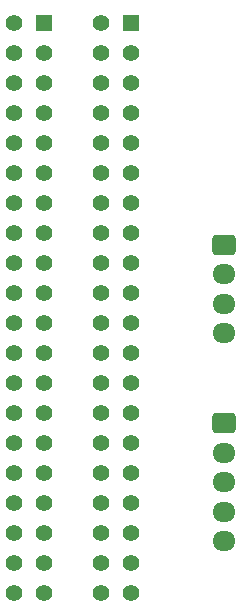
<source format=gbr>
%TF.GenerationSoftware,KiCad,Pcbnew,7.0.5*%
%TF.CreationDate,2023-12-19T10:58:39-08:00*%
%TF.ProjectId,Pi2_PiHat,5069325f-5069-4486-9174-2e6b69636164,rev?*%
%TF.SameCoordinates,Original*%
%TF.FileFunction,Soldermask,Bot*%
%TF.FilePolarity,Negative*%
%FSLAX46Y46*%
G04 Gerber Fmt 4.6, Leading zero omitted, Abs format (unit mm)*
G04 Created by KiCad (PCBNEW 7.0.5) date 2023-12-19 10:58:39*
%MOMM*%
%LPD*%
G01*
G04 APERTURE LIST*
G04 Aperture macros list*
%AMRoundRect*
0 Rectangle with rounded corners*
0 $1 Rounding radius*
0 $2 $3 $4 $5 $6 $7 $8 $9 X,Y pos of 4 corners*
0 Add a 4 corners polygon primitive as box body*
4,1,4,$2,$3,$4,$5,$6,$7,$8,$9,$2,$3,0*
0 Add four circle primitives for the rounded corners*
1,1,$1+$1,$2,$3*
1,1,$1+$1,$4,$5*
1,1,$1+$1,$6,$7*
1,1,$1+$1,$8,$9*
0 Add four rect primitives between the rounded corners*
20,1,$1+$1,$2,$3,$4,$5,0*
20,1,$1+$1,$4,$5,$6,$7,0*
20,1,$1+$1,$6,$7,$8,$9,0*
20,1,$1+$1,$8,$9,$2,$3,0*%
G04 Aperture macros list end*
%ADD10RoundRect,0.250000X-0.725000X0.600000X-0.725000X-0.600000X0.725000X-0.600000X0.725000X0.600000X0*%
%ADD11O,1.950000X1.700000*%
%ADD12C,1.398000*%
%ADD13R,1.398000X1.398000*%
G04 APERTURE END LIST*
D10*
%TO.C,Ultrasonic2*%
X86360000Y-81400000D03*
D11*
X86360000Y-83900000D03*
X86360000Y-86400000D03*
X86360000Y-88900000D03*
%TD*%
D12*
%TO.C,Out1*%
X68585000Y-62640000D03*
D13*
X71125000Y-62640000D03*
D12*
X68585000Y-65180000D03*
X71125000Y-65180000D03*
X68585000Y-67720000D03*
X71125000Y-67720000D03*
X68585000Y-70260000D03*
X71125000Y-70260000D03*
X68585000Y-72800000D03*
X71125000Y-72800000D03*
X68585000Y-75340000D03*
X71125000Y-75340000D03*
X68585000Y-77880000D03*
X71125000Y-77880000D03*
X68585000Y-80420000D03*
X71125000Y-80420000D03*
X68585000Y-82960000D03*
X71125000Y-82960000D03*
X68585000Y-85500000D03*
X71125000Y-85500000D03*
X68585000Y-88040000D03*
X71125000Y-88040000D03*
X68585000Y-90580000D03*
X71125000Y-90580000D03*
X68585000Y-93120000D03*
X71125000Y-93120000D03*
X68585000Y-95660000D03*
X71125000Y-95660000D03*
X68585000Y-98200000D03*
X71125000Y-98200000D03*
X68585000Y-100740000D03*
X71125000Y-100740000D03*
X68585000Y-103280000D03*
X71125000Y-103280000D03*
X68585000Y-105820000D03*
X71125000Y-105820000D03*
X68585000Y-108360000D03*
X71125000Y-108360000D03*
X68585000Y-110900000D03*
X71125000Y-110900000D03*
%TD*%
%TO.C,PI_to_Header1*%
X75940000Y-62640000D03*
D13*
X78480000Y-62640000D03*
D12*
X75940000Y-65180000D03*
X78480000Y-65180000D03*
X75940000Y-67720000D03*
X78480000Y-67720000D03*
X75940000Y-70260000D03*
X78480000Y-70260000D03*
X75940000Y-72800000D03*
X78480000Y-72800000D03*
X75940000Y-75340000D03*
X78480000Y-75340000D03*
X75940000Y-77880000D03*
X78480000Y-77880000D03*
X75940000Y-80420000D03*
X78480000Y-80420000D03*
X75940000Y-82960000D03*
X78480000Y-82960000D03*
X75940000Y-85500000D03*
X78480000Y-85500000D03*
X75940000Y-88040000D03*
X78480000Y-88040000D03*
X75940000Y-90580000D03*
X78480000Y-90580000D03*
X75940000Y-93120000D03*
X78480000Y-93120000D03*
X75940000Y-95660000D03*
X78480000Y-95660000D03*
X75940000Y-98200000D03*
X78480000Y-98200000D03*
X75940000Y-100740000D03*
X78480000Y-100740000D03*
X75940000Y-103280000D03*
X78480000Y-103280000D03*
X75940000Y-105820000D03*
X78480000Y-105820000D03*
X75940000Y-108360000D03*
X78480000Y-108360000D03*
X75940000Y-110900000D03*
X78480000Y-110900000D03*
%TD*%
D10*
%TO.C,Pi1_to_Pi2*%
X86360000Y-96520000D03*
D11*
X86360000Y-99020000D03*
X86360000Y-101520000D03*
X86360000Y-104020000D03*
X86360000Y-106520000D03*
%TD*%
M02*

</source>
